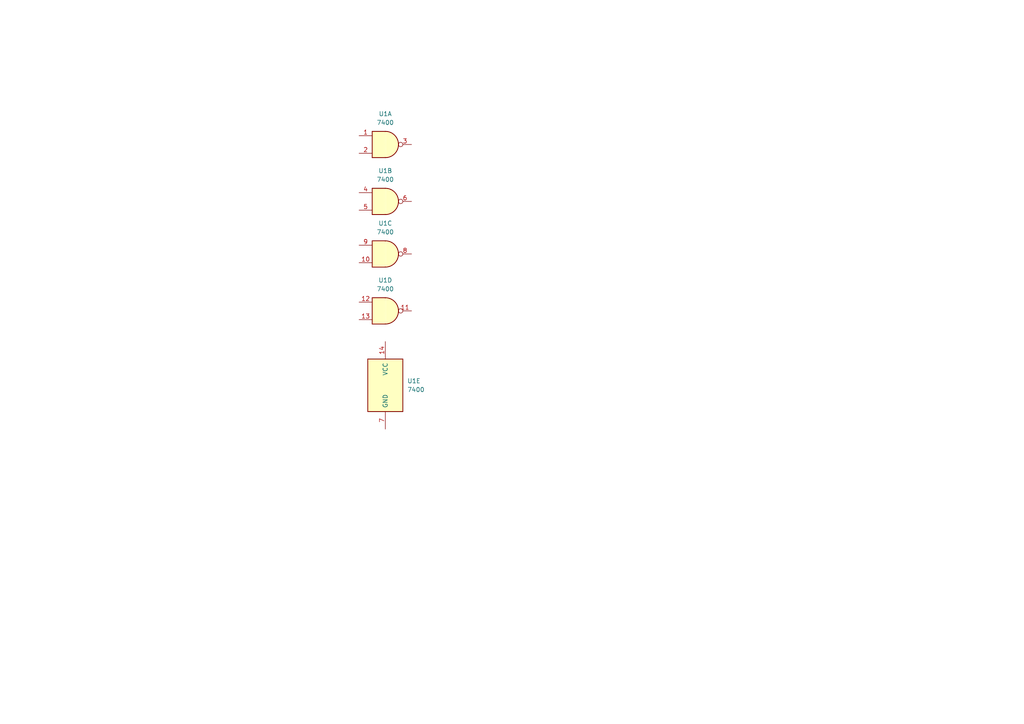
<source format=kicad_sch>
(kicad_sch (version 20250114) (generator "eeschema") (generator_version "9.0")
  (paper "A4")
  (lib_symbols
    (symbol "74xx:7400" (pin_names (offset 1.016))
      (property "Reference" "U" (at 0 1.27 0))
      (property "Value" "7400" (at 0 -1.27 0))
      (symbol "7400_1_1"
        (arc (start 0 3.81) (mid 3.7934 0) (end 0 -3.81) (stroke (width 0.254)) (fill (type background)))
        (polyline (pts (xy 0 3.81) (xy -3.81 3.81) (xy -3.81 -3.81) (xy 0 -3.81)) (stroke (width 0.254)) (fill (type background)))
        (pin input line (at -7.62 2.54 0) (length 3.81) (name "~") (number "1"))
        (pin input line (at -7.62 -2.54 0) (length 3.81) (name "~") (number "2"))
        (pin output inverted (at 7.62 0 180) (length 3.81) (name "~") (number "3"))
      )
      (symbol "7400_1_2"
        (arc (start -3.81 3.81) (mid -2.589 0) (end -3.81 -3.81) (stroke (width 0.254)))
        (polyline (pts (xy -3.81 3.81) (xy -0.635 3.81)) (stroke (width 0.254)) (fill (type background)))
        (polyline (pts (xy -3.81 -3.81) (xy -0.635 -3.81)) (stroke (width 0.254)) (fill (type background)))
        (arc (start 3.81 0) (mid 2.1855 -2.584) (end -0.6096 -3.81) (stroke (width 0.254)) (fill (type background)))
        (arc (start -0.6096 3.81) (mid 2.1928 2.5924) (end 3.81 0) (stroke (width 0.254)) (fill (type background)))
        (polyline (pts (xy -0.635 3.81) (xy -3.81 3.81) (xy -3.81 3.81) (xy -3.556 3.4036) (xy -3.0226 2.2606) (xy -2.6924 1.0414) (xy -2.6162 -0.254) (xy -2.7686 -1.4986) (xy -3.175 -2.7178) (xy -3.81 -3.81) (xy -3.81 -3.81) (xy -0.635 -3.81)) (stroke (width -25.4)) (fill (type background)))
        (pin input inverted (at -7.62 2.54 0) (length 4.318) (name "~") (number "1"))
        (pin input inverted (at -7.62 -2.54 0) (length 4.318) (name "~") (number "2"))
        (pin output line (at 7.62 0 180) (length 3.81) (name "~") (number "3"))
      )
      (symbol "7400_2_1"
        (arc (start 0 3.81) (mid 3.7934 0) (end 0 -3.81) (stroke (width 0.254)) (fill (type background)))
        (polyline (pts (xy 0 3.81) (xy -3.81 3.81) (xy -3.81 -3.81) (xy 0 -3.81)) (stroke (width 0.254)) (fill (type background)))
        (pin input line (at -7.62 2.54 0) (length 3.81) (name "~") (number "4"))
        (pin input line (at -7.62 -2.54 0) (length 3.81) (name "~") (number "5"))
        (pin output inverted (at 7.62 0 180) (length 3.81) (name "~") (number "6"))
      )
      (symbol "7400_2_2"
        (arc (start -3.81 3.81) (mid -2.589 0) (end -3.81 -3.81) (stroke (width 0.254)))
        (polyline (pts (xy -3.81 3.81) (xy -0.635 3.81)) (stroke (width 0.254)) (fill (type background)))
        (polyline (pts (xy -3.81 -3.81) (xy -0.635 -3.81)) (stroke (width 0.254)) (fill (type background)))
        (arc (start 3.81 0) (mid 2.1855 -2.584) (end -0.6096 -3.81) (stroke (width 0.254)) (fill (type background)))
        (arc (start -0.6096 3.81) (mid 2.1928 2.5924) (end 3.81 0) (stroke (width 0.254)) (fill (type background)))
        (polyline (pts (xy -0.635 3.81) (xy -3.81 3.81) (xy -3.81 3.81) (xy -3.556 3.4036) (xy -3.0226 2.2606) (xy -2.6924 1.0414) (xy -2.6162 -0.254) (xy -2.7686 -1.4986) (xy -3.175 -2.7178) (xy -3.81 -3.81) (xy -3.81 -3.81) (xy -0.635 -3.81)) (stroke (width -25.4)) (fill (type background)))
        (pin input inverted (at -7.62 2.54 0) (length 4.318) (name "~") (number "4"))
        (pin input inverted (at -7.62 -2.54 0) (length 4.318) (name "~") (number "5"))
        (pin output line (at 7.62 0 180) (length 3.81) (name "~") (number "6"))
      )
      (symbol "7400_3_1"
        (arc (start 0 3.81) (mid 3.7934 0) (end 0 -3.81) (stroke (width 0.254)) (fill (type background)))
        (polyline (pts (xy 0 3.81) (xy -3.81 3.81) (xy -3.81 -3.81) (xy 0 -3.81)) (stroke (width 0.254)) (fill (type background)))
        (pin input line (at -7.62 2.54 0) (length 3.81) (name "~") (number "9"))
        (pin input line (at -7.62 -2.54 0) (length 3.81) (name "~") (number "10"))
        (pin output inverted (at 7.62 0 180) (length 3.81) (name "~") (number "8"))
      )
      (symbol "7400_3_2"
        (arc (start -3.81 3.81) (mid -2.589 0) (end -3.81 -3.81) (stroke (width 0.254)))
        (polyline (pts (xy -3.81 3.81) (xy -0.635 3.81)) (stroke (width 0.254)) (fill (type background)))
        (polyline (pts (xy -3.81 -3.81) (xy -0.635 -3.81)) (stroke (width 0.254)) (fill (type background)))
        (arc (start 3.81 0) (mid 2.1855 -2.584) (end -0.6096 -3.81) (stroke (width 0.254)) (fill (type background)))
        (arc (start -0.6096 3.81) (mid 2.1928 2.5924) (end 3.81 0) (stroke (width 0.254)) (fill (type background)))
        (polyline (pts (xy -0.635 3.81) (xy -3.81 3.81) (xy -3.81 3.81) (xy -3.556 3.4036) (xy -3.0226 2.2606) (xy -2.6924 1.0414) (xy -2.6162 -0.254) (xy -2.7686 -1.4986) (xy -3.175 -2.7178) (xy -3.81 -3.81) (xy -3.81 -3.81) (xy -0.635 -3.81)) (stroke (width -25.4)) (fill (type background)))
        (pin input inverted (at -7.62 2.54 0) (length 4.318) (name "~") (number "9"))
        (pin input inverted (at -7.62 -2.54 0) (length 4.318) (name "~") (number "10"))
        (pin output line (at 7.62 0 180) (length 3.81) (name "~") (number "8"))
      )
      (symbol "7400_4_1"
        (arc (start 0 3.81) (mid 3.7934 0) (end 0 -3.81) (stroke (width 0.254)) (fill (type background)))
        (polyline (pts (xy 0 3.81) (xy -3.81 3.81) (xy -3.81 -3.81) (xy 0 -3.81)) (stroke (width 0.254)) (fill (type background)))
        (pin input line (at -7.62 2.54 0) (length 3.81) (name "~") (number "12"))
        (pin input line (at -7.62 -2.54 0) (length 3.81) (name "~") (number "13"))
        (pin output inverted (at 7.62 0 180) (length 3.81) (name "~") (number "11"))
      )
      (symbol "7400_4_2"
        (arc (start -3.81 3.81) (mid -2.589 0) (end -3.81 -3.81) (stroke (width 0.254)))
        (polyline (pts (xy -3.81 3.81) (xy -0.635 3.81)) (stroke (width 0.254)) (fill (type background)))
        (polyline (pts (xy -3.81 -3.81) (xy -0.635 -3.81)) (stroke (width 0.254)) (fill (type background)))
        (arc (start 3.81 0) (mid 2.1855 -2.584) (end -0.6096 -3.81) (stroke (width 0.254)) (fill (type background)))
        (arc (start -0.6096 3.81) (mid 2.1928 2.5924) (end 3.81 0) (stroke (width 0.254)) (fill (type background)))
        (polyline (pts (xy -0.635 3.81) (xy -3.81 3.81) (xy -3.81 3.81) (xy -3.556 3.4036) (xy -3.0226 2.2606) (xy -2.6924 1.0414) (xy -2.6162 -0.254) (xy -2.7686 -1.4986) (xy -3.175 -2.7178) (xy -3.81 -3.81) (xy -3.81 -3.81) (xy -0.635 -3.81)) (stroke (width -25.4)) (fill (type background)))
        (pin input inverted (at -7.62 2.54 0) (length 4.318) (name "~") (number "12"))
        (pin input inverted (at -7.62 -2.54 0) (length 4.318) (name "~") (number "13"))
        (pin output line (at 7.62 0 180) (length 3.81) (name "~") (number "11"))
      )
      (symbol "7400_5_0"
        (pin power_in line (at 0 12.7 270) (length 5.08) (name "VCC") (number "14"))
        (pin power_in line (at 0 -12.7 90) (length 5.08) (name "GND") (number "7"))
      )
      (symbol "7400_5_1"
        (rectangle (start -5.08 7.62) (end 5.08 -7.62) (stroke (width 0.254)) (fill (type background)))
      )
    )
  )
  (symbol (lib_id "74xx:7400") (at 111.76 41.91 0) (unit 1)
    (property "Reference" "U1" (at 111.7517 33.02 0))
    (property "Value" "7400" (at 111.7517 35.56 0))
    (property "Datasheet" "http://www.ti.com/lit/gpn/sn7400" (effects (hide yes)))
    (property "Description" "quad 2-input NAND gate" (effects (hide yes)))
  )
  (symbol (lib_id "74xx:7400") (at 111.76 111.76 0) (unit 5)
    (property "Reference" "U1" (at 118.11 110.4899 0) (effects (justify left)))
    (property "Value" "7400" (at 118.11 113.0299 0) (effects (justify left)))
    (property "Datasheet" "http://www.ti.com/lit/gpn/sn7400" (effects (hide yes)))
    (property "Description" "quad 2-input NAND gate" (effects (hide yes)))
  )
  (symbol (lib_id "74xx:7400") (at 111.76 73.66 0) (unit 3)
    (property "Reference" "U1" (at 111.7517 64.77 0))
    (property "Value" "7400" (at 111.7517 67.31 0))
    (property "Datasheet" "http://www.ti.com/lit/gpn/sn7400" (effects (hide yes)))
    (property "Description" "quad 2-input NAND gate" (effects (hide yes)))
  )
  (symbol (lib_id "74xx:7400") (at 111.76 58.42 0) (unit 2)
    (property "Reference" "U1" (at 111.7517 49.53 0))
    (property "Value" "7400" (at 111.7517 52.07 0))
    (property "Datasheet" "http://www.ti.com/lit/gpn/sn7400" (effects (hide yes)))
    (property "Description" "quad 2-input NAND gate" (effects (hide yes)))
  )
  (symbol (lib_id "74xx:7400") (at 111.76 90.17 0) (unit 4)
    (property "Reference" "U1" (at 111.7517 81.28 0))
    (property "Value" "7400" (at 111.7517 83.82 0))
    (property "Datasheet" "http://www.ti.com/lit/gpn/sn7400" (effects (hide yes)))
    (property "Description" "quad 2-input NAND gate" (effects (hide yes)))
  )
)
</source>
